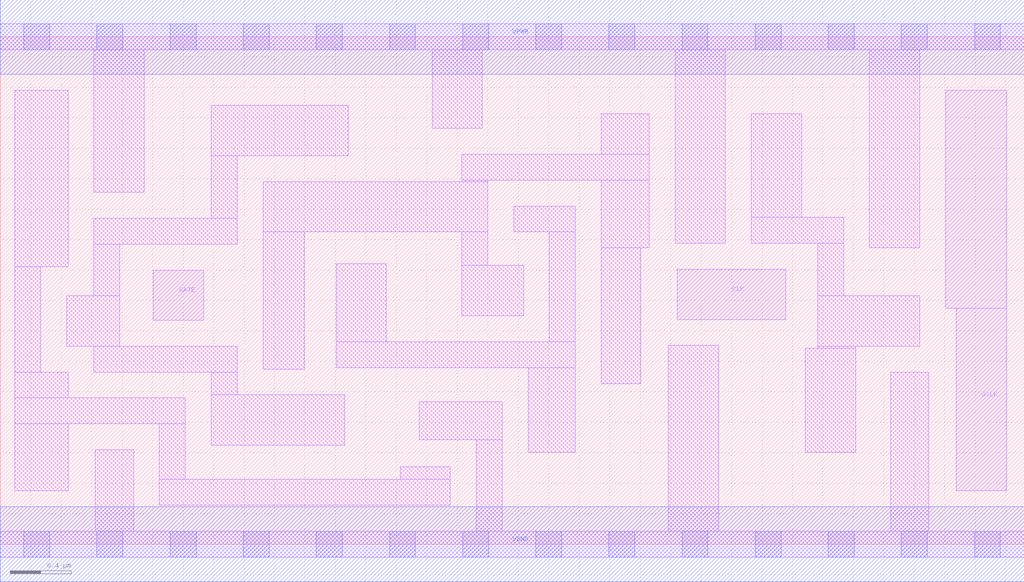
<source format=lef>
# Copyright 2020 The SkyWater PDK Authors
#
# Licensed under the Apache License, Version 2.0 (the "License");
# you may not use this file except in compliance with the License.
# You may obtain a copy of the License at
#
#     https://www.apache.org/licenses/LICENSE-2.0
#
# Unless required by applicable law or agreed to in writing, software
# distributed under the License is distributed on an "AS IS" BASIS,
# WITHOUT WARRANTIES OR CONDITIONS OF ANY KIND, either express or implied.
# See the License for the specific language governing permissions and
# limitations under the License.
#
# SPDX-License-Identifier: Apache-2.0

VERSION 5.7 ;
  NAMESCASESENSITIVE ON ;
  NOWIREEXTENSIONATPIN ON ;
  DIVIDERCHAR "/" ;
  BUSBITCHARS "[]" ;
UNITS
  DATABASE MICRONS 200 ;
END UNITS
MACRO sky130_fd_sc_ms__dlclkp_1
  CLASS CORE ;
  SOURCE USER ;
  FOREIGN sky130_fd_sc_ms__dlclkp_1 ;
  ORIGIN  0.000000  0.000000 ;
  SIZE  6.720000 BY  3.330000 ;
  SYMMETRY X Y ;
  SITE unit ;
  PIN GATE
    ANTENNAGATEAREA  0.276000 ;
    DIRECTION INPUT ;
    USE SIGNAL ;
    PORT
      LAYER li1 ;
        RECT 1.005000 1.470000 1.335000 1.800000 ;
    END
  END GATE
  PIN GCLK
    ANTENNADIFFAREA  0.524500 ;
    DIRECTION OUTPUT ;
    USE SIGNAL ;
    PORT
      LAYER li1 ;
        RECT 6.205000 1.550000 6.605000 2.980000 ;
        RECT 6.275000 0.350000 6.605000 1.550000 ;
    END
  END GCLK
  PIN CLK
    ANTENNAGATEAREA  0.509400 ;
    DIRECTION INPUT ;
    USE CLOCK ;
    PORT
      LAYER li1 ;
        RECT 4.445000 1.475000 5.155000 1.805000 ;
    END
  END CLK
  PIN VGND
    DIRECTION INOUT ;
    USE GROUND ;
    PORT
      LAYER met1 ;
        RECT 0.000000 -0.245000 6.720000 0.245000 ;
    END
  END VGND
  PIN VPWR
    DIRECTION INOUT ;
    USE POWER ;
    PORT
      LAYER met1 ;
        RECT 0.000000 3.085000 6.720000 3.575000 ;
    END
  END VPWR
  OBS
    LAYER li1 ;
      RECT 0.000000 -0.085000 6.720000 0.085000 ;
      RECT 0.000000  3.245000 6.720000 3.415000 ;
      RECT 0.095000  0.350000 0.445000 0.790000 ;
      RECT 0.095000  0.790000 1.215000 0.960000 ;
      RECT 0.095000  0.960000 0.445000 1.130000 ;
      RECT 0.095000  1.130000 0.265000 1.820000 ;
      RECT 0.095000  1.820000 0.445000 2.980000 ;
      RECT 0.435000  1.300000 0.785000 1.630000 ;
      RECT 0.615000  1.130000 1.555000 1.300000 ;
      RECT 0.615000  1.630000 0.785000 1.970000 ;
      RECT 0.615000  1.970000 1.555000 2.140000 ;
      RECT 0.615000  2.310000 0.945000 3.245000 ;
      RECT 0.625000  0.085000 0.875000 0.620000 ;
      RECT 1.045000  0.255000 2.955000 0.425000 ;
      RECT 1.045000  0.425000 1.215000 0.790000 ;
      RECT 1.385000  0.650000 2.260000 0.980000 ;
      RECT 1.385000  0.980000 1.555000 1.130000 ;
      RECT 1.385000  2.140000 1.555000 2.550000 ;
      RECT 1.385000  2.550000 2.285000 2.880000 ;
      RECT 1.725000  1.150000 1.995000 2.050000 ;
      RECT 1.725000  2.050000 3.200000 2.380000 ;
      RECT 2.205000  1.160000 3.775000 1.330000 ;
      RECT 2.205000  1.330000 2.535000 1.840000 ;
      RECT 2.625000  0.425000 2.955000 0.510000 ;
      RECT 2.750000  0.685000 3.295000 0.935000 ;
      RECT 2.835000  2.730000 3.165000 3.245000 ;
      RECT 3.030000  1.500000 3.435000 1.830000 ;
      RECT 3.030000  1.830000 3.200000 2.050000 ;
      RECT 3.030000  2.380000 3.200000 2.390000 ;
      RECT 3.030000  2.390000 4.260000 2.560000 ;
      RECT 3.125000  0.085000 3.295000 0.685000 ;
      RECT 3.370000  2.050000 3.775000 2.220000 ;
      RECT 3.465000  0.605000 3.775000 1.160000 ;
      RECT 3.605000  1.330000 3.775000 2.050000 ;
      RECT 3.945000  1.055000 4.205000 1.945000 ;
      RECT 3.945000  1.945000 4.260000 2.390000 ;
      RECT 3.945000  2.560000 4.260000 2.825000 ;
      RECT 4.385000  0.085000 4.715000 1.305000 ;
      RECT 4.430000  1.975000 4.760000 3.245000 ;
      RECT 4.930000  1.975000 5.535000 2.145000 ;
      RECT 4.930000  2.145000 5.260000 2.825000 ;
      RECT 5.285000  0.605000 5.615000 1.285000 ;
      RECT 5.365000  1.285000 5.615000 1.300000 ;
      RECT 5.365000  1.300000 6.035000 1.630000 ;
      RECT 5.365000  1.630000 5.535000 1.975000 ;
      RECT 5.705000  1.945000 6.035000 3.245000 ;
      RECT 5.845000  0.085000 6.095000 1.130000 ;
    LAYER mcon ;
      RECT 0.155000 -0.085000 0.325000 0.085000 ;
      RECT 0.155000  3.245000 0.325000 3.415000 ;
      RECT 0.635000 -0.085000 0.805000 0.085000 ;
      RECT 0.635000  3.245000 0.805000 3.415000 ;
      RECT 1.115000 -0.085000 1.285000 0.085000 ;
      RECT 1.115000  3.245000 1.285000 3.415000 ;
      RECT 1.595000 -0.085000 1.765000 0.085000 ;
      RECT 1.595000  3.245000 1.765000 3.415000 ;
      RECT 2.075000 -0.085000 2.245000 0.085000 ;
      RECT 2.075000  3.245000 2.245000 3.415000 ;
      RECT 2.555000 -0.085000 2.725000 0.085000 ;
      RECT 2.555000  3.245000 2.725000 3.415000 ;
      RECT 3.035000 -0.085000 3.205000 0.085000 ;
      RECT 3.035000  3.245000 3.205000 3.415000 ;
      RECT 3.515000 -0.085000 3.685000 0.085000 ;
      RECT 3.515000  3.245000 3.685000 3.415000 ;
      RECT 3.995000 -0.085000 4.165000 0.085000 ;
      RECT 3.995000  3.245000 4.165000 3.415000 ;
      RECT 4.475000 -0.085000 4.645000 0.085000 ;
      RECT 4.475000  3.245000 4.645000 3.415000 ;
      RECT 4.955000 -0.085000 5.125000 0.085000 ;
      RECT 4.955000  3.245000 5.125000 3.415000 ;
      RECT 5.435000 -0.085000 5.605000 0.085000 ;
      RECT 5.435000  3.245000 5.605000 3.415000 ;
      RECT 5.915000 -0.085000 6.085000 0.085000 ;
      RECT 5.915000  3.245000 6.085000 3.415000 ;
      RECT 6.395000 -0.085000 6.565000 0.085000 ;
      RECT 6.395000  3.245000 6.565000 3.415000 ;
  END
END sky130_fd_sc_ms__dlclkp_1
END LIBRARY

</source>
